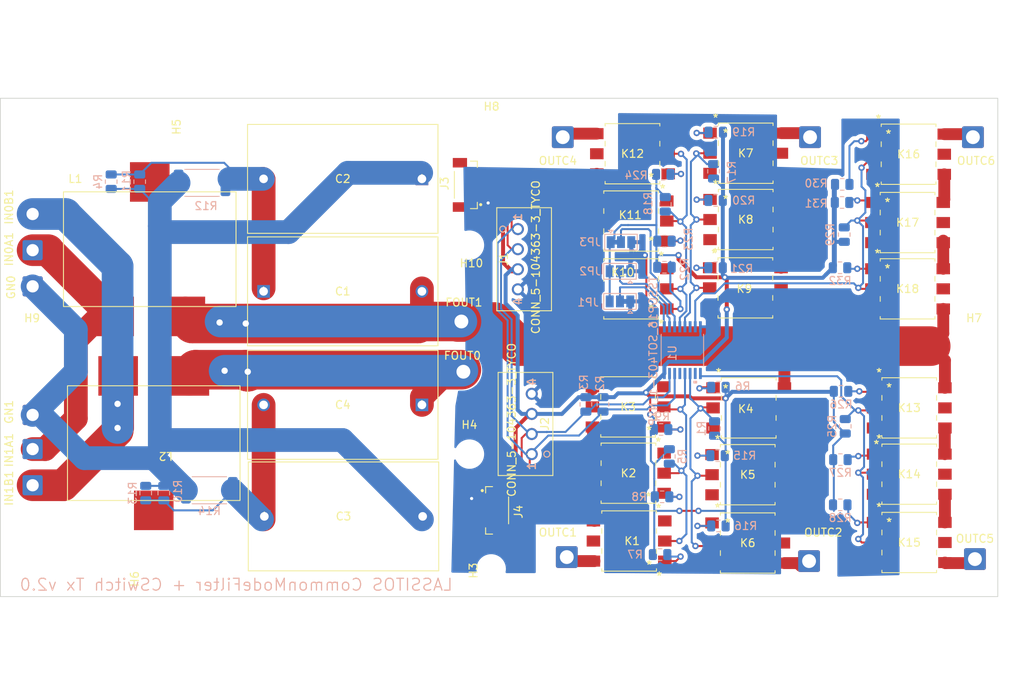
<source format=kicad_pcb>
(kicad_pcb (version 20211014) (generator pcbnew)
  (layers (0 "F.Cu" signal) (31 "B.Cu" signal) (34 "B.Paste" user) (35 "F.Paste" user) (36 "B.SilkS" user "B.Silkscreen") (37 "F.SilkS" user "F.Silkscreen") (38 "B.Mask" user) (39 "F.Mask" user) (44 "Edge.Cuts" user))
  (net 0 "")
  (net 1 "SCL")
  (net 2 "SDA")
  (net 3 "GND")
  (net 4 "Net-(JP1-Pad2)")
  (net 5 "Net-(JP2-Pad2)")
  (net 6 "Net-(JP3-Pad2)")
  (net 7 "Net-(C1-Pad1)")
  (net 8 "Net-(K1-Pad1)")
  (net 9 "Net-(K2-Pad1)")
  (net 10 "Net-(IN0A1-Pad1)")
  (net 11 "Net-(IN0B1-Pad1)")
  (net 12 "OUTC1")
  (net 13 "OUTC2")
  (net 14 "OUTC3")
  (net 15 "FOUT1")
  (net 16 "Net-(C3-Pad1)")
  (net 17 "FOUT0")
  (net 21 "GND2")
  (net 22 "Net-(K3-Pad1)")
  (net 23 "SSR3")
  (net 24 "SSR5")
  (net 25 "SSR6")
  (net 26 "SSR7")
  (net 27 "SSR8")
  (net 28 "OUTC4")
  (net 29 "VCC")
  (net 30 "SSR2")
  (net 31 "SSR1")
  (net 32 "Net-(K4-Pad1)")
  (net 33 "Net-(K5-Pad1)")
  (net 34 "Net-(K6-Pad1)")
  (net 35 "Net-(K7-Pad1)")
  (net 36 "Net-(K8-Pad1)")
  (net 37 "Net-(K9-Pad1)")
  (net 38 "Net-(K10-Pad1)")
  (net 39 "Net-(K11-Pad1)")
  (net 40 "Net-(K12-Pad1)")
  (net 42 "Net-(K1-Pad4)")
  (net 45 "Net-(K2-Pad4)")
  (net 50 "Net-(K4-Pad4)")
  (net 53 "Net-(K5-Pad4)")
  (net 58 "Net-(K7-Pad4)")
  (net 61 "Net-(K8-Pad4)")
  (net 66 "Net-(K10-Pad4)")
  (net 69 "Net-(K11-Pad4)")
  (net 73 "SSR4")
  (net 74 "Net-(K13-Pad1)")
  (net 76 "Net-(K13-Pad4)")
  (net 78 "Net-(K14-Pad1)")
  (net 80 "Net-(K14-Pad4)")
  (net 82 "Net-(K15-Pad1)")
  (net 85 "Net-(K16-Pad1)")
  (net 87 "Net-(K16-Pad4)")
  (net 89 "Net-(K17-Pad1)")
  (net 91 "Net-(K17-Pad4)")
  (net 93 "Net-(K18-Pad1)")
  (net 96 "OUTC5")
  (net 97 "OUTC6")
  (net 98 "Net-(J3-PadS1)")
  (net 99 "Net-(J4-PadS1)")
  (footprint "Connector_Wire:SolderWire-1sqmm_1x01_D1.4mm_OD2.7mm" (layer "F.Cu") (at 175.11395 107.7595)
    (fp_text reference "OUTC5")
    (fp_text value "Conn_01x01")
  )
  (footprint "library_components:TLP3546ATP1_FO" (layer "F.Cu") (at 146.41195 97.0915)
    (fp_text reference "K5")
    (fp_text value "11-7A801S_TOS" hide)
  )
  (footprint "library_components:ECW-F2395JA" (layer "F.Cu") (at 105.2515 88.265 180)
    (fp_text reference "C4")
    (fp_text value "CAP_ECWFA_STRAIGHT_23.8LX13.5TX19.3H_PAN" hide)
  )
  (footprint "library_components:5-104363-3" (layer "F.Cu") (at 117.3736 66.04 -90)
    (fp_text reference "J1")
    (fp_text value "CONN_5-104363-3_TYCO")
  )
  (footprint "library_components:ECW-F2395JA" (layer "F.Cu") (at 105.25 59.69 180)
    (fp_text reference "C2")
    (fp_text value "CAP_ECWFA_STRAIGHT_23.8LX13.5TX19.3H_PAN")
  )
  (footprint "library_components:TLP3546ATP1_FO" (layer "F.Cu") (at 146.41195 105.7275)
    (fp_text reference "K6")
    (fp_text value "11-7A801S_TOS" hide)
  )
  (footprint "library_components:TLP3546ATP1_FO" (layer "F.Cu") (at 146.53895 88.646)
    (fp_text reference "K4")
    (fp_text value "11-7A801S_TOS" hide)
  )
  (footprint "library_components:ECW-F2395JA" (layer "F.Cu") (at 85.344 102.362)
    (fp_text reference "C3")
    (fp_text value "CAP_ECWFA_STRAIGHT_23.8LX13.5TX19.3H_PAN" hide)
  )
  (footprint "MountingHole:MountingHole_2.7mm" (layer "F.Cu") (at 71 108.5 -90)
    (fp_text reference "H6")
    (fp_text value " ")
  )
  (footprint "library_components:TLP3546ATP1_FO" (layer "F.Cu") (at 166.73195 56.5785)
    (fp_text reference "K16")
    (fp_text value "11-7A801S_TOS" hide)
  )
  (footprint "library_components:TLP3546ATP1_FO" (layer "F.Cu") (at 131.8514 56.515 180)
    (fp_text reference "K12")
    (fp_text value "11-7A801S_TOS" hide)
  )
  (footprint "Connector_Wire:SolderWire-0.75sqmm_1x01_D1.25mm_OD2.3mm" (layer "F.Cu") (at 56.0705 68.707 180)
    (fp_text reference "IN0A1")
    (fp_text value "IN0A")
  )
  (footprint "library_components:TLP3546ATP1_FO" (layer "F.Cu") (at 131.29895 88.519 180)
    (fp_text reference "K3")
    (fp_text value "11-7A801S_TOS" hide)
  )
  (footprint "MountingHole:MountingHole_2.7mm_M2.5" (layer "F.Cu") (at 111.252 68.072)
    (fp_text reference "H10")
    (fp_text value " ")
  )
  (footprint "library_components:TLP3546ATP1_FO" (layer "F.Cu") (at 166.8145 97.028)
    (fp_text reference "K14")
    (fp_text value "11-7A801S_TOS" hide)
  )
  (footprint "Connector_Wire:SolderWire-1sqmm_1x01_D1.4mm_OD2.7mm" (layer "F.Cu") (at 123.55195 107.5055 -90)
    (fp_text reference "OUTC1")
    (fp_text value "Conn_01x01")
  )
  (footprint "library_components:TLP3546ATP1_FO" (layer "F.Cu") (at 131.3434 96.901 180)
    (fp_text reference "K2")
    (fp_text value "11-7A801S_TOS" hide)
  )
  (footprint "library_components:TLP3546ATP1_FO" (layer "F.Cu") (at 166.8145 88.646)
    (fp_text reference "K13")
    (fp_text value "11-7A801S_TOS" hide)
  )
  (footprint "library_components:TLP3546ATP1_FO" (layer "F.Cu") (at 131.67995 73.5965 180)
    (fp_text reference "K10")
    (fp_text value "11-7A801S_TOS" hide)
  )
  (footprint "Connector_Wire:SolderWire-1sqmm_1x01_D1.4mm_OD2.7mm" (layer "F.Cu") (at 174.85995 54.4195)
    (fp_text reference "OUTC6")
    (fp_text value "Conn_01x01")
  )
  (footprint "Connector_Wire:SolderWire-0.75sqmm_1x01_D1.25mm_OD2.3mm" (layer "F.Cu") (at 56.0705 98.425)
    (fp_text reference "IN1B1")
    (fp_text value "IN1B")
  )
  (footprint "MountingHole:MountingHole_2.7mm_M2.5" (layer "F.Cu") (at 114 53)
    (fp_text reference "H8")
    (fp_text value " ")
  )
  (footprint "Connector_Wire:SolderWire-1sqmm_1x01_D1.4mm_OD2.7mm" (layer "F.Cu") (at 154.28595 54.4195)
    (fp_text reference "OUTC3")
    (fp_text value "Conn_01x01")
  )
  (footprint "MountingHole:MountingHole_2.7mm_M2.5" (layer "F.Cu") (at 175.006 81)
    (fp_text reference "H7")
    (fp_text value "  ")
  )
  (footprint "Connector_Wire:SolderWire-1sqmm_1x01_D1.4mm_OD2.7mm" (layer "F.Cu") (at 110.236 77.724)
    (fp_text reference "FOUT1")
    (fp_text value "Conn_01x01")
  )
  (footprint "library_components:WE74443634700" (layer "F.Cu") (at 70.8675 60.08)
    (fp_text reference "L1")
    (fp_text value "WE74443634700")
  )
  (footprint "library_components:TLP3546ATP1_FO" (layer "F.Cu") (at 166.8145 105.664)
    (fp_text reference "K15")
    (fp_text value "11-7A801S_TOS" hide)
  )
  (footprint "MountingHole:MountingHole_2.7mm_M2.5" (layer "F.Cu") (at 56 81)
    (fp_text reference "H9")
    (fp_text value " ")
  )
  (footprint "library_components:TLP3546ATP1_FO" (layer "F.Cu") (at 166.60495 73.5965)
    (fp_text reference "K18")
    (fp_text value "11-7A801S_TOS" hide)
  )
  (footprint "library_components:TLP3546ATP1_FO" (layer "F.Cu") (at 131.42595 105.4735 180)
    (fp_text reference "K1")
    (fp_text value "11-7A801S_TOS" hide)
  )
  (footprint "Connector_Wire:SolderWire-0.75sqmm_1x01_D1.25mm_OD2.3mm" (layer "F.Cu") (at 56.0705 89.535)
    (fp_text reference "GN1")
    (fp_text value "GN1")
  )
  (footprint "library_components:TLP3546ATP1_FO" (layer "F.Cu") (at 146.15795 64.8335)
    (fp_text reference "K8")
    (fp_text value "11-7A801S_TOS" hide)
  )
  (footprint "Connector_Wire:SolderWire-0.75sqmm_1x01_D1.25mm_OD2.3mm" (layer "F.Cu") (at 56.0705 73.279)
    (fp_text reference "GN0")
    (fp_text value "GN0")
  )
  (footprint "library_components:TLP3546ATP1_FO" (layer "F.Cu") (at 131.67995 65.024 180)
    (fp_text reference "K11")
    (fp_text value "11-7A801S_TOS" hide)
  )
  (footprint "MountingHole:MountingHole_2.7mm" (layer "F.Cu") (at 71 53.5 -90)
    (fp_text reference "H5")
    (fp_text value " ")
  )
  (footprint "Connector_Wire:SolderWire-1sqmm_1x01_D1.4mm_OD2.7mm" (layer "F.Cu") (at 110.49 84.074)
    (fp_text reference "FOUT0")
    (fp_text value "Conn_01x01")
  )
  (footprint "Connector_Wire:SolderWire-1sqmm_1x01_D1.4mm_OD2.7mm" (layer "F.Cu") (at 123.04395 54.4195)
    (fp_text reference "OUTC4")
    (fp_text value "Conn_01x01")
  )
  (footprint "library_components:CONN_BM04B-SRSS-TB(LF)(SN)" (layer "F.Cu") (at 114.3 101.6 -90)
    (fp_text reference "J4")
    (fp_text value "BM04B-SRSS-TB(LF)(SN)")
  )
  (footprint "library_components:TLP3546ATP1_FO" (layer "F.Cu") (at 146.15795 56.4515)
    (fp_text reference "K7")
    (fp_text value "11-7A801S_TOS" hide)
  )
  (footprint "library_components:5-104363-3" (layer "F.Cu") (at 119.126 94.488 90)
    (fp_text reference "J2")
    (fp_text value "CONN_5-104363-3_TYCO")
  )
  (footprint "library_components:TLP3546ATP1_FO" (layer "F.Cu") (at 166.60495 65.2145)
    (fp_text reference "K17")
    (fp_text value "11-7A801S_TOS" hide)
  )
  (footprint "Connector_Wire:SolderWire-0.75sqmm_1x01_D1.25mm_OD2.3mm" (layer "F.Cu") (at 56.0705 64.135)
    (fp_text reference "IN0B1")
    (fp_text value "IN0B")
  )
  (footprint "Connector_Wire:SolderWire-1sqmm_1x01_D1.4mm_OD2.7mm" (layer "F.Cu") (at 154.15895 108.0135 180)
    (fp_text reference "OUTC2")
    (fp_text value "Conn_01x01")
  )
  (footprint "library_components:ECW-F2395JA" (layer "F.Cu") (at 85.25 73.914)
    (fp_text reference "C1")
    (fp_text value "CAP_ECWFA_STRAIGHT_23.8LX13.5TX19.3H_PAN")
  )
  (footprint "library_components:CONN_BM04B-SRSS-TB(LF)(SN)" (layer "F.Cu") (at 111.252 60.452 90)
    (fp_text reference "J3")
    (fp_text value "BM04B-SRSS-TB(LF)(SN)")
  )
  (footprint "MountingHole:MountingHole_2.7mm" (layer "F.Cu") (at 114 109 -90)
    (fp_text reference "H3")
    (fp_text value " ")
  )
  (footprint "Connector_Wire:SolderWire-0.75sqmm_1x01_D1.25mm_OD2.3mm" (layer "F.Cu") (at 56.0705 93.853)
    (fp_text reference "IN1A1")
    (fp_text value "IN1A")
  )
  (footprint "library_components:TLP3546ATP1_FO" (layer "F.Cu") (at 146.1135 73.4695)
    (fp_text reference "K9")
    (fp_text value "11-7A801S_TOS" hide)
  )
  (footprint "library_components:WE74443634700" (layer "F.Cu") (at 71.3755 101.6 180)
    (fp_text reference "L2")
    (fp_text value "WE74443634700")
  )
  (footprint "MountingHole:MountingHole_2.7mm" (layer "F.Cu") (at 111.252 94.488)
    (fp_text reference "H4")
    (fp_text value " ")
  )
  (footprint "Resistor_SMD:R_0805_2012Metric" (layer "B.Cu") (at 128.12395 88.2015 90)
    (fp_text reference "R2")
    (fp_text value "10k")
  )
  (footprint "Resistor_SMD:R_2512_6332Metric" (layer "B.Cu") (at 77.47 60.198 180)
    (fp_text reference "R12")
    (fp_text value "2.46")
  )
  (footprint "Resistor_SMD:R_0805_2012Metric" (layer "B.Cu") (at 142.60195 94.6785 180)
    (fp_text reference "R15")
    (fp_text value "250")
  )
  (footprint "Resistor_SMD:R_0805_2012Metric" (layer "B.Cu") (at 142.22095 91.2495 -90)
    (fp_text reference "R1")
    (fp_text value "100k")
  )
  (footprint "Jumper:SolderJumper-3_P1.3mm_Bridged12_Pad1.0x1.5mm" (layer "B.Cu") (at 130.272 71.374 180)
    (fp_text reference "JP2")
    (fp_text value "12")
  )
  (footprint "Resistor_SMD:R_0805_2012Metric" (layer "B.Cu") (at 70.358 99.4175 -90)
    (fp_text reference "R13")
    (fp_text value "NP")
  )
  (footprint "Jumper:SolderJumper-3_P1.3mm_Bridged12_Pad1.0x1.5mm" (layer "B.Cu") (at 130.399 67.691)
    (fp_text reference "JP3")
    (fp_text value "12")
  )
  (footprint "Resistor_SMD:R_0805_2012Metric" (layer "B.Cu") (at 158.32645 62.6745)
    (fp_text reference "R31")
    (fp_text value "250")
  )
  (footprint "Resistor_SMD:R_0805_2012Metric" (layer "B.Cu") (at 142.37145 53.7845 180)
    (fp_text reference "R19")
    (fp_text value "250")
  )
  (footprint "Resistor_SMD:R_2512_6332Metric" (layer "B.Cu") (at 78.4005 99.06)
    (fp_text reference "R14")
    (fp_text value "2.46")
  )
  (footprint "Resistor_SMD:R_0805_2012Metric" (layer "B.Cu") (at 158.11945 95.1865)
    (fp_text reference "R27")
    (fp_text value "250")
  )
  (footprint "Resistor_SMD:R_0805_2012Metric" (layer "B.Cu") (at 65.996 60.0475 -90)
    (fp_text reference "R4")
    (fp_text value "NP")
  )
  (footprint "library_components:PCA8574PW_118" (layer "B.Cu") (at 138.15695 81.3435 -90)
    (fp_text reference "U1")
    (fp_text value "TSSOP16_SOT403-1_NXP")
  )
  (footprint "Resistor_SMD:R_0805_2012Metric" (layer "B.Cu") (at 158.73095 90.972 -90)
    (fp_text reference "R25")
    (fp_text value "100k")
  )
  (footprint "Resistor_SMD:R_0805_2012Metric" (layer "B.Cu") (at 142.09395 58.7375 -90)
    (fp_text reference "R17")
    (fp_text value "100k")
  )
  (footprint "Resistor_SMD:R_0805_2012Metric" (layer "B.Cu") (at 142.34795 62.4205 180)
    (fp_text reference "R20")
    (fp_text value "250")
  )
  (footprint "Resistor_SMD:R_0805_2012Metric" (layer "B.Cu") (at 142.70545 103.5685 180)
    (fp_text reference "R16")
    (fp_text value "250")
  )
  (footprint "Jumper:SolderJumper-3_P1.3mm_Bridged12_Pad1.0x1.5mm" (layer "B.Cu") (at 130.272 75.184 180)
    (fp_text reference "JP1")
    (fp_text value "12")
  )
  (footprint "Resistor_SMD:R_0805_2012Metric" (layer "B.Cu") (at 135.89 67.564)
    (fp_text reference "R23")
    (fp_text value "250")
  )
  (footprint "Resistor_SMD:R_0805_2012Metric" (layer "B.Cu") (at 135.46645 91.3765)
    (fp_text reference "R9")
    (fp_text value "250")
  )
  (footprint "Resistor_SMD:R_0805_2012Metric" (layer "B.Cu") (at 72.644 99.4175 -90)
    (fp_text reference "R10")
    (fp_text value "NP")
  )
  (footprint "Resistor_SMD:R_0805_2012Metric" (layer "B.Cu") (at 135.74395 59.1185)
    (fp_text reference "R24")
    (fp_text value "250")
  )
  (footprint "Resistor_SMD:R_0805_2012Metric" (layer "B.Cu") (at 135.89 70.866)
    (fp_text reference "R22")
    (fp_text value "250")
  )
  (footprint "Resistor_SMD:R_0805_2012Metric" (layer "B.Cu") (at 125.96495 88.2015 90)
    (fp_text reference "R3")
    (fp_text value "10k")
  )
  (footprint "Resistor_SMD:R_0805_2012Metric" (layer "B.Cu") (at 158.07245 70.9295)
    (fp_text reference "R32")
    (fp_text value "250")
  )
  (footprint "Resistor_SMD:R_0805_2012Metric" (layer "B.Cu") (at 142.70545 86.0425 180)
    (fp_text reference "R6")
    (fp_text value "250")
  )
  (footprint "Resistor_SMD:R_0805_2012Metric" (layer "B.Cu") (at 136.50595 94.782 90)
    (fp_text reference "R5")
    (fp_text value "100k")
  )
  (footprint "Resistor_SMD:R_0805_2012Metric" (layer "B.Cu") (at 158.60395 66.7385 -90)
    (fp_text reference "R29")
    (fp_text value "100k")
  )
  (footprint "Resistor_SMD:R_0805_2012Metric" (layer "B.Cu") (at 158.09595 100.9015)
    (fp_text reference "R28")
    (fp_text value "250")
  )
  (footprint "Resistor_SMD:R_0805_2012Metric" (layer "B.Cu") (at 69.596 60.0475 -90)
    (fp_text reference "R11")
    (fp_text value "NP")
  )
  (footprint "Resistor_SMD:R_0805_2012Metric" (layer "B.Cu") (at 135.99795 62.905 90)
    (fp_text reference "R18")
    (fp_text value "100k")
  )
  (footprint "Resistor_SMD:R_0805_2012Metric" (layer "B.Cu") (at 142.34795 70.9295 180)
    (fp_text reference "R21")
    (fp_text value "250")
  )
  (footprint "Resistor_SMD:R_0805_2012Metric" (layer "B.Cu") (at 158.19945 86.5505)
    (fp_text reference "R26")
    (fp_text value "250")
  )
  (footprint "Resistor_SMD:R_0805_2012Metric" (layer "B.Cu") (at 135.33945 107.188)
    (fp_text reference "R7")
    (fp_text value "250")
  )
  (footprint "Resistor_SMD:R_0805_2012Metric" (layer "B.Cu") (at 135.59345 99.8855)
    (fp_text reference "R8")
    (fp_text value "250")
  )
  (footprint "Resistor_SMD:R_0805_2012Metric" (layer "B.Cu") (at 158.34995 60.3885)
    (fp_text reference "R30")
    (fp_text value "250")
  )
  (gr_rect locked (start 52 49.5) (end 178 112.5) (layer "Edge.Cuts") (width 0.1) (fill none))
  (gr_text "LASSITOS CommonModeFilter + CSwitch Tx v2.0" (at 81.788 110.998) (layer "B.SilkS") (effects (font (size 1.5 1.5)) (justify mirror)))
  (segment (start 118.872 100.838) (end 118.872 94.742) (width 0.25) (layer "F.Cu") (net 1))
  (segment (start 112.831 58.952) (end 113.556 58.952) (width 0.25) (layer "F.Cu") (net 1))
  (segment (start 112.975 103.1) (end 116.61 103.1) (width 0.25) (layer "F.Cu") (net 1))
  (segment (start 116.586 61.982) (end 116.586 66.04) (width 0.25) (layer "F.Cu") (net 1))
  (segment (start 118.872 94.742) (end 119.126 94.488) (width 0.25) (layer "F.Cu") (net 1))
  (segment (start 116.61 103.1) (end 118.872 100.838) (width 0.25) (layer "F.Cu") (net 1))
  (segment (start 113.556 58.952) (end 116.586 61.982) (width 0.25) (layer "F.Cu") (net 1))
  (segment (start 119.126 94.234) (end 121.2215 92.1385) (width 0.25) (layer "B.Cu") (net 1))
  (segment (start 136.25195 88.3285) (end 134.21995 88.3285) (width 0.25) (layer "B.Cu") (net 1))
  (segment (start 114.799 67.827) (end 114.799 76.319396) (width 0.25) (layer "B.Cu") (net 1))
  (segment (start 128.40145 88.8365) (end 128.12395 89.114) (width 0.25) (layer "B.Cu") (net 1))
  (segment (start 137.181951 87.398499) (end 136.25195 88.3285) (width 0.25) (layer "B.Cu") (net 1))
  (segment (start 125.09945 92.1385) (end 128.12395 89.114) (width 0.25) (layer "B.Cu") (net 1))
  (segment (start 137.181951 84.55025) (end 137.181951 87.398499) (width 0.25) (layer "B.Cu") (net 1))
  (segment (start 134.21995 88.3285) (end 133.71195 88.8365) (width 0.25) (layer "B.Cu") (net 1))
  (segment (start 114.799 76.319396) (end 116.078 77.598396) (width 0.25) (layer "B.Cu") (net 1))
  (segment (start 118.364 94.488) (end 119.126 94.488) (width 0.25) (layer "B.Cu") (net 1))
  (segment (start 116.078 92.202) (end 118.364 94.488) (width 0.25) (layer "B.Cu") (net 1))
  (segment (start 121.2215 92.1385) (end 125.09945 92.1385) (width 0.25) (layer "B.Cu") (net 1))
  (segment (start 119.126 94.488) (end 119.126 94.234) (width 0.25) (layer "B.Cu") (net 1))
  (segment (start 133.71195 88.8365) (end 128.40145 88.8365) (width 0.25) (layer "B.Cu") (net 1))
  (segment (start 116.078 77.598396) (end 116.078 92.202) (width 0.25) (layer "B.Cu") (net 1))
  (segment (start 116.586 66.04) (end 114.799 67.827) (width 0.25) (layer "B.Cu") (net 1))
  (segment (start 117.856 92.456) (end 117.856 100.584) (width 0.25) (layer "F.Cu") (net 2))
  (segment (start 113.457604 59.952) (end 116.078 62.572396) (width 0.25) (layer "F.Cu") (net 2))
  (segment (start 118.364 91.948) (end 117.856 92.456) (width 0.25) (layer "F.Cu") (net 2))
  (segment (start 116.078 68.072) (end 116.586 68.58) (width 0.25) (layer "F.Cu") (net 2))
  (segment (start 116.078 62.572396) (end 116.078 68.072) (width 0.25) (layer "F.Cu") (net 2))
  (segment (start 116.34 102.1) (end 112.975 102.1) (width 0.25) (layer "F.Cu") (net 2))
  (segment (start 117.856 100.584) (end 116.34 102.1) (width 0.25) (layer "F.Cu") (net 2))
  (segment (start 112.831 59.952) (end 113.457604 59.952) (width 0.25) (layer "F.Cu") (net 2))
  (segment (start 133.20395 88.2015) (end 133.96595 87.4395) (width 0.25) (layer "B.Cu") (net 2))
  (segment (start 133.96595 87.3125) (end 134.21995 87.3125) (width 0.25) (layer "B.Cu") (net 2))
  (segment (start 123.39045 91.6885) (end 125.96495 89.114) (width 0.25) (layer "B.Cu") (net 2))
  (segment (start 135.74395 87.3125) (end 136.531952 86.524498) (width 0.25) (layer "B.Cu") (net 2))
  (segment (start 136.531952 86.524498) (end 136.531952 84.55025) (width 0.25) (layer "B.Cu") (net 2))
  (segment (start 126.32245 89.114) (end 127.10795 88.3285) (width 0.25) (layer "B.Cu") (net 2))
  (segment (start 116.586 77.47) (end 116.586 89.662) (width 0.25) (layer "B.Cu") (net 2))
  (segment (start 116.586 68.58) (end 115.249 69.917) (width 0.25) (layer "B.Cu") (net 2))
  (segment (start 127.23495 88.2015) (end 131.67995 88.2015) (width 0.25) (layer "B.Cu") (net 2))
  (segment (start 131.67995 88.2015) (end 133.20395 88.2015) (width 0.25) (layer "B.Cu") (net 2))
  (segment (start 134.21995 87.3125) (end 135.74395 87.3125) (width 0.25) (layer "B.Cu") (net 2))
  (segment (start 125.96495 89.114) (end 126.32245 89.114) (width 0.25) (layer "B.Cu") (net 2))
  (segment (start 116.586 89.662) (end 118.618 91.694) (width 0.25) (layer "B.Cu") (net 2))
  (segment (start 121.029604 91.694) (end 121.035104 91.6885) (width 0.25) (layer "B.Cu") (net 2))
  (segment (start 127.10795 88.3285) (end 127.23495 88.2015) (width 0.25) (layer "B.Cu") (net 2))
  (segment (start 115.249 76.133) (end 116.586 77.47) (width 0.25) (layer "B.Cu") (net 2))
  (segment (start 118.618 91.694) (end 121.029604 91.694) (width 0.25) (layer "B.Cu") (net 2))
  (segment (start 115.249 69.917) (end 115.249 76.133) (width 0.25) (layer "B.Cu") (net 2))
  (segment (start 121.035104 91.6885) (end 123.39045 91.6885) (width 0.25) (layer "B.Cu") (net 2))
  (segment (start 133.604 69.5305) (end 133.4155 69.342) (width 0.25) (layer "F.Cu") (net 3))
  (segment (start 133.604 74.93) (end 133.604 69.5305) (width 0.25) (layer "F.Cu") (net 3))
  (segment (start 112.577 61.952) (end 112.831 61.952) (width 0.5) (layer "F.Cu") (net 3))
  (segment (start 112.831 61.952) (end 113.617 62.738) (width 0.5) (layer "F.Cu") (net 3))
  (segment (start 134.112 75.438) (end 133.604 74.93) (width 0.25) (layer "F.Cu") (net 3))
  (segment (start 112.975 100.1) (end 111.53 100.1) (width 0.5) (layer "F.Cu") (net 3))
  (via (at 111.53 100.1) (size 0.8) (drill 0.4) (layers "F.Cu" "B.Cu") (net 3))
  (via (at 134.112 75.438) (size 0.8) (drill 0.4) (layers "F.Cu" "B.Cu") (net 3))
  (via (at 113.617 62.738) (size 0.8) (drill 0.4) (layers "F.Cu" "B.Cu") (net 3))
  (via (at 133.4155 69.342) (size 0.8) (drill 0.4) (layers "F.Cu" "B.Cu") (net 3))
  (segment (start 132.588 69.342) (end 131.699 70.231) (width 0.25) (layer "B.Cu") (net 3))
  (segment (start 131.699 71.247) (end 131.572 71.374) (width 0.25) (layer "B.Cu") (net 3))
  (segment (start 131.699 70.231) (end 131.699 71.247) (width 0.25) (layer "B.Cu") (net 3))
  (segment (start 133.4155 69.342) (end 132.588 69.342) (width 0.25) (layer "B.Cu") (net 3))
  (segment (start 131.699 67.691) (end 131.699 68.453) (width 0.25) (layer "B.Cu") (net 3))
  (segment (start 131.699 68.453) (end 132.588 69.342) (width 0.25) (layer "B.Cu") (net 3))
  (segment (start 140.431949 78.39075) (end 140.431949 79.725949) (width 0.25) (layer "B.Cu") (net 3))
  (segment (start 130.302 73.406) (end 133.39445 73.406) (width 0.25) (layer "B.Cu") (net 4))
  (segment (start 130.272 73.436) (end 130.302 73.406) (width 0.25) (layer "B.Cu") (net 4))
  (segment (start 135.80195 75.8135) (end 135.80195 78.310749) (width 0.25) (layer "B.Cu") (net 4))
  (segment (start 133.39445 73.406) (end 135.80195 75.8135) (width 0.25) (layer "B.Cu") (net 4))
  (segment (start 135.80195 78.310749) (end 135.881951 78.39075) (width 0.25) (layer "B.Cu") (net 4))
  (segment (start 130.272 75.184) (end 130.272 73.436) (width 0.25) (layer "B.Cu") (net 4))
  (segment (start 130.272 72.614) (end 130.614 72.956) (width 0.25) (layer "B.Cu") (net 5))
  (segment (start 133.580846 72.956) (end 136.25195 75.627104) (width 0.25) (layer "B.Cu") (net 5))
  (segment (start 136.25195 75.627104) (end 136.25195 77.0255) (width 0.25) (layer "B.Cu") (net 5))
  (segment (start 136.25195 77.0255) (end 136.531949 77.305499) (width 0.25) (layer "B.Cu") (net 5))
  (segment (start 130.272 71.374) (end 130.272 72.614) (width 0.25) (layer "B.Cu") (net 5))
  (segment (start 136.531949 77.305499) (end 136.531949 78.64475) (width 0.25) (layer "B.Cu") (net 5))
  (segment (start 130.614 72.956) (end 133.580846 72.956) (width 0.25) (layer "B.Cu") (net 5))
  (segment (start 130.399 66.197) (end 130.399 67.691) (width 0.25) (layer "B.Cu") (net 6))
  (segment (start 130.556 66.04) (end 130.399 66.197) (width 0.25) (layer "B.Cu") (net 6))
  (segment (start 135.128 73.866758) (end 135.128 72.542173) (width 0.25) (layer "B.Cu") (net 6))
  (segment (start 137.181951 77.066501) (end 136.70195 76.5865) (width 0.25) (layer "B.Cu") (net 6))
  (segment (start 137.181951 78.64475) (end 137.181951 77.066501) (width 0.25) (layer "B.Cu") (net 6))
  (segment (start 134.14 66.322) (end 133.858 66.04) (width 0.25) (layer "B.Cu") (net 6))
  (segment (start 136.70195 75.440708) (end 135.128 73.866758) (width 0.25) (layer "B.Cu") (net 6))
  (segment (start 136.70195 76.5865) (end 136.70195 75.440708) (width 0.25) (layer "B.Cu") (net 6))
  (segment (start 135.128 72.542173) (end 134.14 71.554173) (width 0.25) (layer "B.Cu") (net 6))
  (segment (start 133.858 66.04) (end 130.556 66.04) (width 0.25) (layer "B.Cu") (net 6))
  (segment (start 134.14 71.554173) (end 134.14 66.322) (width 0.25) (layer "B.Cu") (net 6))
  (segment (start 85.2515 59.784001) (end 85.157499 59.69) (width 3) (layer "F.Cu") (net 7))
  (segment (start 85.2515 73.533) (end 85.2515 59.784001) (width 3) (layer "F.Cu") (net 7))
  (segment (start 71.073 57.658) (end 80.264 57.658) (width 0.25) (layer "B.Cu") (net 7))
  (segment (start 69.596 59.135) (end 65.996 59.135) (width 0.25) (layer "B.Cu") (net 7))
  (segment (start 80.264 57.658) (end 80.9405 58.3345) (width 0.25) (layer "B.Cu") (net 7))
  (segment (start 80.9405 59.69) (end 80.4325 60.198) (width 0.25) (layer "B.Cu") (net 7))
  (segment (start 69.596 59.135) (end 71.073 57.658) (width 0.25) (layer "B.Cu") (net 7))
  (segment (start 80.9405 58.3345) (end 80.9405 59.69) (width 0.25) (layer "B.Cu") (net 7))
  (segment (start 85.157499 59.69) (end 80.9405 59.69) (width 3) (layer "B.Cu") (net 7))
  (segment (start 135.93445 108.0135) (end 137.3505 108.0135) (width 0.25) (layer "F.Cu") (net 8))
  (segment (start 137.3505 108.0135) (end 137.922 107.442) (width 0.25) (layer "F.Cu") (net 8))
  (via (at 137.922 107.442) (size 0.8) (drill 0.4) (layers "F.Cu" "B.Cu") (net 8))
  (segment (start 137.922 107.442) (end 136.50595 107.442) (width 0.25) (layer "B.Cu") (net 8))
  (segment (start 136.50595 107.442) (end 136.25195 107.188) (width 0.25) (layer "B.Cu") (net 8))
  (segment (start 135.8519 99.441) (end 136.2964 99.8855) (width 0.25) (layer "F.Cu") (net 9))
  (segment (start 136.2964 99.8855) (end 137.77595 99.8855) (width 0.25) (layer "F.Cu") (net 9))
  (via (at 137.77595 99.8855) (size 0.8) (drill 0.4) (layers "F.Cu" "B.Cu") (net 9))
  (segment (start 137.77595 99.8855) (end 136.50595 99.8855) (width 0.25) (layer "B.Cu") (net 9))
  (segment (start 56.0705 68.707) (end 58.0565 68.707) (width 4) (layer "F.Cu") (net 10))
  (segment (start 58.1215 68.834) (end 66.3675 77.08) (width 4) (layer "F.Cu") (net 10))
  (segment (start 57.6595 93.853) (end 61.5315 89.981) (width 3) (layer "F.Cu") (net 10))
  (segment (start 56.0705 93.853) (end 57.6595 93.853) (width 3) (layer "F.Cu") (net 10))
  (segment (start 61.5315 89.981) (end 61.5315 80.075) (width 3) (layer "F.Cu") (net 10))
  (segment (start 57.9755 68.834) (end 58.1215 68.834) (width 4) (layer "F.Cu") (net 10))
  (segment (start 61.5315 80.075) (end 64.5265 77.08) (width 3) (layer "F.Cu") (net 10))
  (segment (start 64.5265 77.08) (end 66.3675 77.08) (width 3) (layer "F.Cu") (net 10))
  (segment (start 66.8035 91.186) (end 66.8035 91.567) (width 4) (layer "F.Cu") (net 11))
  (segment (start 59.9455 98.425) (end 56.0705 98.425) (width 4) (layer "F.Cu") (net 11))
  (segment (start 66.8755 91.114) (end 66.8755 84.6) (width 4) (layer "F.Cu") (net 11))
  (segment (start 66.8035 91.186) (end 66.8755 91.114) (width 4) (layer "F.Cu") (net 11))
  (segment (start 66.8035 91.567) (end 59.9455 98.425) (width 4) (layer "F.Cu") (net 11))
  (via (at 66.8035 91.186) (size 2) (drill 0.8) (layers "F.Cu" "B.Cu") (net 11))
  (via (at 66.8035 88.1365) (size 2) (drill 0.8) (layers "F.Cu" "B.Cu") (net 11))
  (segment (start 56.0705 64.135) (end 60.2615 64.135) (width 4) (layer "B.Cu") (net 11))
  (segment (start 66.8035 91.186) (end 66.8035 70.739) (width 4) (layer "B.Cu") (net 11))
  (segment (start 66.8035 70.739) (end 60.1995 64.135) (width 4) (layer "B.Cu") (net 11))
  (segment (start 127.04445 108.0135) (end 125.07595 108.0135) (width 1.5) (layer "F.Cu") (net 12))
  (segment (start 152.76195 108.2675) (end 153.14295 108.6485) (width 1.5) (layer "F.Cu") (net 13))
  (segment (start 151.04745 108.2675) (end 152.76195 108.2675) (width 1.5) (layer "F.Cu") (net 13))
  (segment (start 150.66645 53.9115) (end 153.71445 53.9115) (width 1.5) (layer "F.Cu") (net 14))
  (segment (start 150.622 79.92745) (end 150.622 76.0095) (width 1.5) (layer "F.Cu") (net 15))
  (segment (start 114.40795 77.7875) (end 117.45595 80.8355) (width 5) (layer "F.Cu") (net 15))
  (segment (start 111.4425 77.724) (end 104.9655 77.724) (width 5) (layer "F.Cu") (net 15))
  (segment (start 151.04745 86.106) (end 151.04745 80.3529) (width 1.5) (layer "F.Cu") (net 15))
  (segment (start 171.323 82.63255) (end 169.52595 80.8355) (width 1.5) (layer "F.Cu") (net 15))
  (segment (start 105.251501 77.437999) (end 104.7115 77.978) (width 3) (layer "F.Cu") (net 15))
  (segment (start 126.79045 86.2965) (end 126.79045 81.915) (width 1.5) (layer "F.Cu") (net 15))
  (segment (start 151.04745 80.3529) (end 150.622 79.92745) (width 1.5) (layer "F.Cu") (net 15))
  (segment (start 117.45595 80.8355) (end 169.52595 80.8355) (width 5) (layer "F.Cu") (net 15))
  (segment (start 109.77245 77.7875) (end 114.40795 77.7875) (width 5) (layer "F.Cu") (net 15))
  (segment (start 171.11345 79.248) (end 169.52595 80.8355) (width 1.5) (layer "F.Cu") (net 15))
  (segment (start 126.79045 81.915) (end 127.86995 80.8355) (width 1.5) (layer "F.Cu") (net 15))
  (segment (start 82.9945 77.978) (end 76.2655 77.978) (width 5) (layer "F.Cu") (net 15))
  (segment (start 104.7115 77.978) (end 82.9945 77.978) (width 5) (layer "F.Cu") (net 15))
  (segment (start 104.9655 77.724) (end 104.7115 77.978) (width 5) (layer "F.Cu") (net 15))
  (segment (start 105.251501 73.533) (end 105.251501 77.437999) (width 3) (layer "F.Cu") (net 15))
  (segment (start 76.2655 77.978) (end 75.3675 77.08) (width 5) (layer "F.Cu") (net 15))
  (segment (start 171.11345 76.1365) (end 171.11345 79.248) (width 1.5) (layer "F.Cu") (net 15))
  (segment (start 127.17145 76.1365) (end 127.17145 80.137) (width 1.5) (layer "F.Cu") (net 15))
  (segment (start 127.17145 80.137) (end 127.86995 80.8355) (width 1.5) (layer "F.Cu") (net 15))
  (segment (start 171.323 86.106) (end 171.323 82.63255) (width 1.5) (layer "F.Cu") (net 15))
  (via (at 79.6925 77.851) (size 2) (drill 0.8) (layers "F.Cu" "B.Cu") (net 15))
  (via (at 82.9945 77.978) (size 2) (drill 0.8) (layers "F.Cu" "B.Cu") (net 15))
  (segment (start 110.236 77.724) (end 79.8195 77.724) (width 4) (layer "B.Cu") (net 15))
  (segment (start 85.251499 88.265) (end 85.2515 102.743) (width 3) (layer "F.Cu") (net 16))
  (segment (start 70.358 100.33) (end 72.644 100.33) (width 0.25) (layer "B.Cu") (net 16))
  (segment (start 72.644 100.33) (end 73.914 101.6) (width 0.25) (layer "B.Cu") (net 16))
  (segment (start 85.046 102.743) (end 81.363 99.06) (width 3) (layer "B.Cu") (net 16))
  (segment (start 78.823 101.6) (end 81.363 99.06) (width 0.25) (layer "B.Cu") (net 16))
  (segment (start 73.914 101.6) (end 78.823 101.6) (width 0.25) (layer "B.Cu") (net 16))
  (segment (start 105.2515 88.265) (end 105.2515 87.2805) (width 3) (layer "F.Cu") (net 17))
  (segment (start 83.2485 84.074) (end 83.5025 83.82) (width 5) (layer "F.Cu") (net 17))
  (segment (start 108.712 83.82) (end 110.236 83.82) (width 3) (layer "F.Cu") (net 17))
  (segment (start 82.9945 83.82) (end 76.6555 83.82) (width 5) (layer "F.Cu") (net 17))
  (segment (start 76.6555 83.82) (end 75.8755 84.6) (width 5) (layer "F.Cu") (net 17))
  (segment (start 83.2485 84.074) (end 82.9945 83.82) (width 5) (layer "F.Cu") (net 17))
  (segment (start 83.5025 83.82) (end 110.236 83.82) (width 5) (layer "F.Cu") (net 17))
  (segment (start 105.2515 87.2805) (end 108.712 83.82) (width 3) (layer "F.Cu") (net 17))
  (via (at 80.3275 83.947) (size 2) (drill 0.8) (layers "F.Cu" "B.Cu") (net 17))
  (via (at 83.2485 84.074) (size 2) (drill 0.8) (layers "F.Cu" "B.Cu") (net 17))
  (segment (start 80.3275 83.947) (end 110.363 83.947) (width 4) (layer "B.Cu") (net 17))
  (segment (start 74.5075 60.198) (end 72.1375 62.568) (width 3) (layer "B.Cu") (net 21))
  (segment (start 73.152 92.71) (end 95.218501 92.71) (width 3) (layer "B.Cu") (net 21))
  (segment (start 56.0705 89.535) (end 61.5315 84.074) (width 3) (layer "B.Cu") (net 21))
  (segment (start 70.358 98.505) (end 74.883 98.505) (width 0.25) (layer "B.Cu") (net 21))
  (segment (start 105.1575 58.928) (end 95.8865 58.928) (width 3) (layer "B.Cu") (net 21))
  (segment (start 95.8865 58.928) (end 88.3935 66.421) (width 3) (layer "B.Cu") (net 21))
  (segment (start 74.883 98.505) (end 75.438 99.06) (width 0.25) (layer "B.Cu") (net 21))
  (segment (start 75.438 99.06) (end 71.374 94.996) (width 3) (layer "B.Cu") (net 21))
  (segment (start 61.5315 78.74) (end 56.0705 73.279) (width 3) (layer "B.Cu") (net 21))
  (segment (start 71.374 94.996) (end 62.6125 94.996) (width 3) (layer "B.Cu") (net 21))
  (segment (start 95.218501 92.71) (end 105.251501 102.743) (width 3) (layer "B.Cu") (net 21))
  (segment (start 71.204 62.568) (end 72.1375 62.568) (width 0.25) (layer "B.Cu") (net 21))
  (segment (start 69.596 60.96) (end 71.204 62.568) (width 0.25) (layer "B.Cu") (net 21))
  (segment (start 62.6125 94.996) (end 56.7705 89.154) (width 3) (layer "B.Cu") (net 21))
  (segment (start 88.3935 66.421) (end 72.8995 66.421) (width 3) (layer "B.Cu") (net 21))
  (segment (start 72.8995 66.421) (end 72.1375 65.659) (width 3) (layer "B.Cu") (net 21))
  (segment (start 72.1375 62.568) (end 72.1375 65.659) (width 3) (layer "B.Cu") (net 21))
  (segment (start 69.596 60.96) (end 65.996 60.96) (width 0.25) (layer "B.Cu") (net 21))
  (segment (start 72.1375 65.659) (end 72.1375 93.472) (width 3) (layer "B.Cu") (net 21))
  (segment (start 61.5315 84.074) (end 61.5315 78.74) (width 3) (layer "B.Cu") (net 21))
  (segment (start 135.80745 91.3765) (end 137.90295 91.3765) (width 0.25) (layer "F.Cu") (net 22))
  (via (at 137.90295 91.3765) (size 0.8) (drill 0.4) (layers "F.Cu" "B.Cu") (net 22))
  (segment (start 137.90295 91.3765) (end 136.37895 91.3765) (width 0.25) (layer "B.Cu") (net 22))
  (segment (start 160.38195 96.8375) (end 162.09645 96.8375) (width 0.25) (layer "F.Cu") (net 24))
  (segment (start 160.82645 105.664) (end 162.306 105.664) (width 0.25) (layer "F.Cu") (net 24))
  (segment (start 162.1155 88.9635) (end 160.38195 88.9635) (width 0.25) (layer "F.Cu") (net 24))
  (segment (start 160.38195 105.2195) (end 160.82645 105.664) (width 0.25) (layer "F.Cu") (net 24))
  (via (at 160.38195 96.8375) (size 0.8) (drill 0.4) (layers "F.Cu" "B.Cu") (net 24))
  (via (at 160.38195 105.2195) (size 0.8) (drill 0.4) (layers "F.Cu" "B.Cu") (net 24))
  (via (at 160.38195 88.9635) (size 0.8) (drill 0.4) (layers "F.Cu" "B.Cu") (net 24))
  (segment (start 159.82695 88.9635) (end 158.73095 90.0595) (width 0.25) (layer "B.Cu") (net 24))
  (segment (start 157.71495 84.6455) (end 140.527199 84.6455) (width 0.25) (layer "B.Cu") (net 24))
  (segment (start 160.38195 88.9635) (end 159.999277 88.9635) (width 0.25) (layer "B.Cu") (net 24))
  (segment (start 160.38195 96.8375) (end 161.10695 96.1125) (width 0.25) (layer "B.Cu") (net 24))
  (segment (start 161.10695 89.6885) (end 160.38195 88.9635) (width 0.25) (layer "B.Cu") (net 24))
  (segment (start 158.22295 85.1535) (end 157.71495 84.6455) (width 0.25) (layer "B.Cu") (net 24))
  (segment (start 160.97995 104.6215) (end 160.97995 97.4355) (width 0.25) (layer "B.Cu") (net 24))
  (segment (start 159.999277 88.9635) (end 158.22295 87.187173) (width 0.25) (layer "B.Cu") (net 24))
  (segment (start 158.22295 87.187173) (end 158.22295 85.1535) (width 0.25) (layer "B.Cu") (net 24))
  (segment (start 140.527199 84.6455) (end 140.431949 84.55025) (width 0.25) (layer "B.Cu") (net 24))
  (segment (start 160.97995 97.4355) (end 160.38195 96.8375) (width 0.25) (layer "B.Cu") (net 24))
  (segment (start 160.38195 105.2195) (end 160.97995 104.6215) (width 0.25) (layer "B.Cu") (net 24))
  (segment (start 161.10695 96.1125) (end 161.10695 89.6885) (width 0.25) (layer "B.Cu") (net 24))
  (segment (start 160.38195 88.9635) (end 159.82695 88.9635) (width 0.25) (layer "B.Cu") (net 24))
  (segment (start 140.31595 88.5825) (end 140.44295 88.7095) (width 0.25) (layer "F.Cu") (net 26))
  (segment (start 141.77645 97.2185) (end 140.06195 97.2185) (width 0.25) (layer "F.Cu") (net 26))
  (segment (start 142.15745 88.5825) (end 140.31595 88.5825) (width 0.25) (layer "F.Cu") (net 26))
  (segment (start 141.64945 106.1085) (end 139.80795 106.1085) (width 0.25) (layer "F.Cu") (net 26))
  (via (at 139.80795 106.1085) (size 0.8) (drill 0.4) (layers "F.Cu" "B.Cu") (net 26))
  (via (at 140.44295 88.7095) (size 0.8) (drill 0.4) (layers "F.Cu" "B.Cu") (net 26))
  (via (at 140.06195 97.2185) (size 0.8) (drill 0.4) (layers "F.Cu" "B.Cu") (net 26))
  (segment (start 139.337439 97.943011) (end 140.06195 97.2185) (width 0.25) (layer "B.Cu") (net 26))
  (segment (start 140.59345 88.7095) (end 142.22095 90.337) (width 0.25) (layer "B.Cu") (net 26))
  (segment (start 140.06195 97.2185) (end 139.17295 96.3295) (width 0.25) (layer "B.Cu") (net 26))
  (segment (start 139.17295 89.9795) (end 140.44295 88.7095) (width 0.25) (layer "B.Cu") (net 26))
  (segment (start 140.44295 88.7095) (end 140.59345 88.7095) (width 0.25) (layer "B.Cu") (net 26))
  (segment (start 139.337439 105.637989) (end 139.337439 97.943011) (width 0.25) (layer "B.Cu") (net 26))
  (segment (start 139.131949 87.398499) (end 140.44295 88.7095) (width 0.25) (layer "B.Cu") (net 26))
  (segment (start 139.80795 106.1085) (end 139.337439 105.637989) (width 0.25) (layer "B.Cu") (net 26))
  (segment (start 139.17295 96.3295) (end 139.17295 89.9795) (width 0.25) (layer "B.Cu") (net 26))
  (segment (start 139.131949 84.55025) (end 139.131949 87.398499) (width 0.25) (layer "B.Cu") (net 26))
  (segment (start 135.93445 105.4735) (end 137.77595 105.4735) (width 0.25) (layer "F.Cu") (net 27))
  (segment (start 137.71245 96.901) (end 138.02995 96.5835) (width 0.25) (layer "F.Cu") (net 27))
  (segment (start 135.80745 88.8365) (end 137.90295 88.8365) (width 0.25) (layer "F.Cu") (net 27))
  (segment (start 135.8519 96.901) (end 137.71245 96.901) (width 0.25) (layer "F.Cu") (net 27))
  (via (at 137.77595 105.4735) (size 0.8) (drill 0.4) (layers "F.Cu" "B.Cu") (net 27))
  (via (at 137.90295 88.8365) (size 0.8) (drill 0.4) (layers "F.Cu" "B.Cu") (net 27))
  (via (at 138.02995 96.5835) (size 0.8) (drill 0.4) (layers "F.Cu" "B.Cu") (net 27))
  (segment (start 136.50595 95.6945) (end 137.14095 95.6945) (width 0.25) (layer "B.Cu") (net 27))
  (segment (start 137.77595 105.4735) (end 138.66495 104.5845) (width 0.25) (layer "B.Cu") (net 27))
  (segment (start 138.627461 89.561011) (end 137.90295 88.8365) (width 0.25) (layer "B.Cu") (net 27))
  (segment (start 138.627461 95.985989) (end 138.627461 89.561011) (width 0.25) (layer "B.Cu") (net 27))
  (segment (start 137.14095 95.6945) (end 138.02995 96.5835) (width 0.25) (layer "B.Cu") (net 27))
  (segment (start 138.481951 88.257499) (end 138.481951 84.55025) (width 0.25) (layer "B.Cu") (net 27))
  (segment (start 138.66495 104.5845) (end 138.66495 97.2185) (width 0.25) (layer "B.Cu") (net 27))
  (segment (start 137.90295 88.8365) (end 138.481951 88.257499) (width 0.25) (layer "B.Cu") (net 27))
  (segment (start 138.02995 96.5835) (end 138.627461 95.985989) (width 0.25) (layer "B.Cu") (net 27))
  (segment (start 138.66495 97.2185) (end 138.02995 96.5835) (width 0.25) (layer "B.Cu") (net 27))
  (segment (start 127.3429 53.975) (end 123.55195 53.975) (width 1.5) (layer "F.Cu") (net 28))
  (segment (start 115.816 101.1) (end 116.459 100.457) (width 0.5) (layer "F.Cu") (net 29))
  (segment (start 137.77595 101.6635) (end 140.18895 101.6635) (width 0.25) (layer "F.Cu") (net 29))
  (segment (start 143.61795 87.4395) (end 139.29995 87.4395) (width 0.5) (layer "F.Cu") (net 29))
  (segment (start 115.503 62.925) (end 115.503 70.291) (width 0.5) (layer "F.Cu") (net 29))
  (segment (start 117.094 91.186) (end 118.872 89.408) (width 0.5) (layer "F.Cu") (net 29))
  (segment (start 113.53 60.952) (end 115.503 62.925) (width 0.5) (layer "F.Cu") (net 29))
  (segment (start 139.04595 87.1855) (end 134.041266 87.1855) (width 0.5) (layer "F.Cu") (net 29))
  (segment (start 115.57 62.966) (end 115.57 70.104) (width 0.25) (layer "F.Cu") (net 29))
  (segment (start 137.668 69.342) (end 137.668 69.864632) (width 0.5) (layer "F.Cu") (net 29))
  (segment (start 134.09295 89.4715) (end 134.097249 89.475799) (width 0.25) (layer "F.Cu") (net 29))
  (segment (start 112.577 60.952) (end 113.53 60.952) (width 0.5) (layer "F.Cu") (net 29))
  (segment (start 112.975 101.1) (end 115.816 101.1) (width 0.5) (layer "F.Cu") (net 29))
  (segment (start 115.503 70.291) (end 116.586 71.374) (width 0.5) (layer "F.Cu") (net 29))
  (segment (start 137.668 69.864632) (end 139.939368 72.136) (width 0.5) (layer "F.Cu") (net 29))
  (segment (start 116.586 71.374) (end 117.1196 71.374) (width 0.5) (layer "F.Cu") (net 29))
  (segment (start 134.041266 87.1855) (end 133.564895 86.709129) (width 0.5) (layer "F.Cu") (net 29))
  (segment (start 116.459 100.457) (end 116.586 100.33) (width 0.25) (layer "F.Cu") (net 29))
  (segment (start 139.939368 72.136) (end 143.51 72.136) (width 0.5) (layer "F.Cu") (net 29))
  (segment (start 117.094 99.822) (end 117.094 91.186) (width 0.5) (layer "F.Cu") (net 29))
  (segment (start 116.586 100.33) (end 117.094 99.822) (width 0.5) (layer "F.Cu") (net 29))
  (segment (start 115.57 70.104) (end 116.586 71.12) (width 0.25) (layer "F.Cu") (net 29))
  (segment (start 117.1196 71.374) (end 117.3736 71.12) (width 0.5) (layer "F.Cu") (net 29))
  (segment (start 112.831 60.952) (end 113.556 60.952) (width 0.25) (layer "F.Cu") (net 29))
  (segment (start 143.764 72.39) (end 143.51 72.136) (width 0.5) (layer "F.Cu") (net 29))
  (segment (start 143.764 76.2) (end 143.764 72.39) (width 0.5) (layer "F.Cu") (net 29))
  (segment (start 134.09295 87.237184) (end 134.09295 89.4715) (width 0.25) (layer "F.Cu") (net 29))
  (segment (start 133.564895 86.709129) (end 134.09295 87.237184) (width 0.25) (layer "F.Cu") (net 29))
  (segment (start 113.556 60.952) (end 115.57 62.966) (width 0.25) (layer "F.Cu") (net 29))
  (segment (start 139.29995 87.4395) (end 139.04595 87.1855) (width 0.5) (layer "F.Cu") (net 29))
  (via (at 143.764 76.2) (size 0.8) (drill 0.4) (layers "F.Cu" "B.Cu") (net 29))
  (via (at 143.51 72.136) (size 0.8) (drill 0.4) (layers "F.Cu" "B.Cu") (net 29))
  (via (at 137.77595 101.6635) (size 0.8) (drill 0.4) (layers "F.Cu" "B.Cu") (net 29))
  (via (at 137.668 69.342) (size 0.8) (drill 0.4) (layers "F.Cu" "B.Cu") (net 29))
  (via (at 133.564895 86.709129) (size 0.8) (drill 0.4) (layers "F.Cu" "B.Cu") (net 29))
  (via (at 143.61795 87.4395) (size 0.8) (drill 0.4) (layers "F.Cu" "B.Cu") (net 29))
  (via (at 134.097249 89.475799) (size 0.8) (drill 0.4) (layers "F.Cu" "B.Cu") (net 29))
  (via (at 140.18895 101.6635) (size 0.8) (drill 0.4) (layers "F.Cu" "B.Cu") (net 29))
  (segment (start 143.5735 72.1995) (end 155.88995 72.1995) (width 0.5) (layer "B.Cu") (net 29))
  (segment (start 117.348 88.9) (end 117.348 76.962) (width 0.5) (layer "B.Cu") (net 29))
  (segment (start 125.96495 87.289) (end 128.12395 87.289) (width 0.25) (layer "B.Cu") (net 29))
  (segment (start 134.60095 101.6635) (end 134.60095 97.5995) (width 0.25) (layer "B.Cu") (net 29))
  (segment (start 125.055 87.289) (end 122.936 89.408) (width 0.5) (layer "B.Cu") (net 29))
  (segment (start 143.61795 94.575) (end 143.61795 93.2815) (width 0.25) (layer "B.Cu") (net 29))
  (segment (start 135.99795 61.9925) (end 134.83145 60.826) (width 0.25) (layer "B.Cu") (net 29))
  (segment (start 157.28695 95.2665) (end 157.20695 95.1865) (width 0.25) (layer "B.Cu") (net 29))
  (segment (start 142.49845 92.162) (end 143.61795 93.2815) (width 0.25) (layer "B.Cu") (net 29))
  (segment (start 129.099 67.691) (end 129.574 67.216) (width 0.25) (layer "B.Cu") (net 29))
  (segment (start 134.874 65.532) (end 134.874 59.16105) (width 0.25) (layer "B.Cu") (net 29))
  (segment (start 157.41395 60.412) (end 157.43745 60.3885) (width 0.5) (layer "B.Cu") (net 29))
  (segment (start 143.28395 53.7845) (end 143.28395 62.397) (width 0.5) (layer "B.Cu") (net 29))
  (segment (start 129.54445 87.289) (end 125.055 87.289) (width 0.5) (layer "B.Cu") (net 29))
  (segment (start 134.60095 95.7745) (end 136.50595 93.8695) (width 0.25) (layer "B.Cu") (net 29))
  (segment (start 143.61795 101.6635) (end 143.61795 94.782) (width 0.25) (layer "B.Cu") (net 29))
  (segment (start 117.348 76.962) (end 115.824 75.438) (width 0.5) (layer "B.Cu") (net 29))
  (segment (start 134.55395 91.3765) (end 134.55395 89.9325) (width 0.25) (layer "B.Cu") (net 29))
  (segment (start 157.28695 90.4405) (end 158.73095 91.8845) (width 0.25) (layer "B.Cu") (net 29))
  (segment (start 135.881951 84.29625) (end 133.373701 86.8045) (width 0.5) (layer "B.Cu") (net 29))
  (segment (start 134.17295 95.3465) (end 134.60095 95.7745) (width 0.25) (layer "B.Cu") (net 29))
  (segment (start 157.43745 60.3885) (end 157.15995 60.666) (width 0.25) (layer "B.Cu") (net 29))
  (segment (start 119.126 89.408) (end 117.856 89.408) (width 0.5) (layer "B.Cu") (net 29))
  (segment (start 134.60095 101.6635) (end 137.52195 101.6635) (width 0.25) (layer "B.Cu") (net 29))
  (segment (start 143.26045 71.88645) (end 143.26045 70.9295) (width 0.5) (layer "B.Cu") (net 29))
  (segment (start 134.17295 93.3615) (end 134.17295 95.3465) (width 0.25) (layer "B.Cu") (net 29))
  (segment (start 122.936 89.408) (end 119.126 89.408) (width 0.5) (layer "B.Cu") (net 29))
  (segment (start 129.574 66.385604) (end 130.427604 65.532) (width 0.25) (layer "B.Cu") (net 29))
  (segment (start 115.824 71.882) (end 116.586 71.12) (width 0.5) (layer "B.Cu") (net 29))
  (segment (start 134.874 70.7625) (end 134.874 65.532) (width 0.25) (layer "B.Cu") (net 29))
  (segment (start 134.9775 70.866) (end 134.874 70.7625) (width 0.25) (layer "B.Cu") (net 29))
  (segment (start 144.44345 86.614) (end 157.22345 86.614) (width 0.5) (layer "B.Cu") (net 29))
  (segment (start 134.55395 89.9325) (end 134.097249 89.475799) (width 0.25) (layer "B.Cu") (net 29))
  (segment (start 130.427604 65.532) (end 131.318 65.532) (width 0.25) (layer "B.Cu") (net 29))
  (segment (start 129.099 67.691) (end 128.972 67.818) (width 0.25) (layer "B.Cu") (net 29))
  (segment (start 143.51 72.136) (end 143.5735 72.1995) (width 0.5) (layer "B.Cu") (net 29))
  (segment (start 134.874 59.16105) (end 134.83145 59.1185) (width 0.25) (layer "B.Cu") (net 29))
  (segment (start 142.22095 92.162) (end 142.49845 92.162) (width 0.25) (layer "B.Cu") (net 29))
  (segment (start 143.28395 62.397) (end 143.26045 62.4205) (width 0.5) (layer "B.Cu") (net 29))
  (segment (start 134.9775 69.342) (end 134.9775 70.866) (width 0.25) (layer "B.Cu") (net 29))
  (segment (start 143.764 79.756) (end 140.716 82.804) (width 0.5) (layer "B.Cu") (net 29))
  (segment (start 134.17295 91.5035) (end 134.17295 93.3615) (width 0.25) (layer "B.Cu") (net 29))
  (segment (start 157.20695 95.1865) (end 157.20695 93.4085) (width 0.25) (layer "B.Cu") (net 29))
  (segment (start 143.61795 103.5685) (end 143.61795 101.6635) (width 0.25) (layer "B.Cu") (net 29))
  (segment (start 143.51 72.136) (end 143.26045 71.88645) (width 0.5) (layer "B.Cu") (net 29))
  (segment (start 117.856 89.408) (end 117.348 88.9) (width 0.5) (layer "B.Cu") (net 29))
  (segment (start 157.28695 101.6635) (end 157.28695 95.2665) (width 0.25) (layer "B.Cu") (net 29))
  (segment (start 157.20695 93.4085) (end 158.73095 91.8845) (width 0.25) (layer "B.Cu") (net 29))
  (segment (start 157.15995 60.666) (end 157.15995 70.9295) (width 0.25) (layer "B.Cu") (net 29))
  (segment (start 156.29445 71.795) (end 157.15995 70.9295) (width 0.5) (layer "B.Cu") (net 29))
  (segment (start 135.881951 83.320049) (end 135.881951 84.29625) (width 0.5) (layer "B.Cu") (net 29))
  (segment (start 143.61795 94.782) (end 143.51445 94.6785) (width 0.25) (layer "B.Cu") (net 29))
  (segment (start 143.764 76.2) (end 143.764 79.756) (width 0.5) (layer "B.Cu") (net 29))
  (segment (start 157.22345 86.614) (end 157.28695 86.5505) (width 0.5) (layer "B.Cu") (net 29))
  (segment (start 157.28695 86.5505) (end 157.28695 90.4405) (width 0.25) (layer "B.Cu") (net 29))
  (segment (start 157.43745 67.651) (end 157.41395 67.6745) (width 0.5) (layer "B.Cu") (net 29))
  (segment (start 134.42695 107.188) (end 134.60095 107.014) (width 0.25) (layer "B.Cu") (net 29))
  (segment (start 143.61795 87.4395) (end 143.61795 86.0425) (width 0.25) (layer "B.Cu") (net 29))
  (segment (start 157.41395 67.6745) (end 157.41395 60.412) (width 0.5) (layer "B.Cu") (net 29))
  (segment (start 133.373701 86.8045) (end 130.02895 86.8045) (width 0.5) (layer "B.Cu") (net 29))
  (segment (start 156.29445 71.795) (end 157.41395 70.6755) (width 0.5) (layer "B.Cu") (net 29))
  (segment (start 137.52195 101.6635) (end 137.77595 101.6635) (width 0.25) (layer "B.Cu") (net 29))
  (segment (start 134.60095 107.014) (end 134.60095 101.6635) (width 0.25) (layer "B.Cu") (net 29))
  (segment (start 143.61795 93.2815) (end 143.61795 87.4395) (width 0.25) (layer "B.Cu") (net 29))
  (segment (start 115.824 75.438) (end 115.824 71.882) (width 0.5) (layer "B.Cu") (net 29))
  (segment (start 143.61795 87.4395) (end 144.44345 86.614) (width 0.5) (layer "B.Cu") (net 29))
  (segment (start 136.398 82.804) (end 135.881951 83.320049) (width 0.5) (layer "B.Cu") (net 29))
  (segment (start 134.60095 97.5995) (end 134.60095 95.7745) (width 0.25) (layer "B.Cu") (net 29))
  (segment (start 131.274 65.532) (end 134.874 65.532) (width 0.25) (layer "B.Cu") (net 29))
  (segment (start 143.26045 70.9295) (end 143.26045 62.4205) (width 0.5) (layer "B.Cu") (net 29))
  (segment (start 155.88995 72.1995) (end 156.29445 71.795) (width 0.5) (layer "B.Cu") (net 29))
  (segment (start 128.972 75.184) (end 128.972 71.374) (width 0.25) (layer "B.Cu") (net 29))
  (segment (start 128.972 67.818) (end 128.972 71.374) (width 0.25) (layer "B.Cu") (net 29))
  (segment (start 137.668 69.342) (end 134.9775 69.342) (width 0.25) (layer "B.Cu") (net 29))
  (segment (start 142.09395 59.65) (end 143.26045 60.8165) (width 0.25) (layer "B.Cu") (net 29))
  (segment (start 157.41395 70.6755) (end 157.41395 67.6745) (width 0.5) (layer "B.Cu") (net 29))
  (segment (start 140.716 82.804) (end 136.398 82.804) (width 0.5) (layer "B.Cu") (net 29))
  (segment (start 129.574 67.216) (end 129.574 66.385604) (width 0.25) (layer "B.Cu") (net 29))
  (segment (start 158.60395 67.651) (end 157.43745 67.651) (width 0.5) (layer "B.Cu") (net 29))
  (segment (start 130.02895 86.8045) (end 129.54445 87.289) (width 0.5) (layer "B.Cu") (net 29))
  (segment (start 143.26045 60.8165) (end 143.26045 62.4205) (width 0.25) (layer "B.Cu") (net 29))
  (segment (start 143.51445 94.6785) (end 143.61795 94.575) (width 0.25) (layer "B.Cu") (net 29))
  (segment (start 140.18895 101.6635) (end 143.61795 101.6635) (width 0.25) (layer "B.Cu") (net 29))
  (segment (start 141.64945 64.8335) (end 139.93495 64.8335) (width 0.25) (layer "F.Cu") (net 30))
  (segment (start 141.64945 56.4515) (end 139.93495 56.4515) (width 0.25) (layer "F.Cu") (net 30))
  (segment (start 141.605 73.4695) (end 139.93495 73.4695) (width 0.25) (layer "F.Cu") (net 30))
  (segment (start 139.93495 56.4515) (end 139.90955 56.4769) (width 0.25) (layer "F.Cu") (net 30))
  (via (at 139.90955 56.4769) (size 0.8) (drill 0.4) (layers "F.Cu" "B.Cu") (net 30))
  (via (at 139.93495 73.4695) (size 0.8) (drill 0.4) (layers "F.Cu" "B.Cu") (net 30))
  (via (at 139.93495 64.8335) (size 0.8) (drill 0.4) (layers "F.Cu" "B.Cu") (net 30))
  (segment (start 142.09395 57.825) (end 141.25765 57.825) (width 0.25) (layer "B.Cu") (net 30))
  (segment (start 138.481948 78.39075) (end 138.481948 77.219203) (width 0.25) (layer "B.Cu") (net 30))
  (segment (start 139.23535 64.1339) (end 139.23535 57.5321) (width 0.25) (layer "B.Cu") (net 30))
  (segment (start 139.93495 73.4695) (end 139.20995 72.7445) (width 0.25) (layer "B.Cu") (net 30))
  (segment (start 141.25765 57.825) (end 139.90955 56.4769) (width 0.25) (layer "B.Cu") (net 30))
  (segment (start 139.11495 76.586201) (end 139.11495 74.2895) (width 0.25) (layer "B.Cu") (net 30))
  (segment (start 139.11495 74.2895) (end 139.93495 73.4695) (width 0.25) (layer "B.Cu") (net 30))
  (segment (start 138.481948 77.219203) (end 139.11495 76.586201) (width 0.25) (layer "B.Cu") (net 30))
  (segment (start 139.23535 57.5321) (end 140.31595 56.4515) (width 0.25) (layer "B.Cu") (net 30))
  (segment (start 139.20995 72.7445) (end 139.20995 65.5585) (width 0.25) (layer "B.Cu") (net 30))
  (segment (start 139.20995 65.5585) (end 139.93495 64.8335) (width 0.25) (layer "B.Cu") (net 30))
  (segment (start 139.93495 64.8335) (end 139.23535 64.1339) (width 0.25) (layer "B.Cu") (net 30))
  (segment (start 136.18845 73.5965) (end 137.90295 73.5965) (width 0.25) (layer "F.Cu") (net 31))
  (segment (start 137.83945 65.024) (end 137.90295 65.0875) (width 0.25) (layer "F.Cu") (net 31))
  (segment (start 137.96645 56.515) (end 137.97915 56.5277) (width 0.25) (layer "F.Cu") (net 31))
  (segment (start 136.3599 56.515) (end 137.96645 56.515) (width 0.25) (layer "F.Cu") (net 31))
  (segment (start 136.18845 65.024) (end 137.83945 65.024) (width 0.25) (layer "F.Cu") (net 31))
  (via (at 137.90295 73.5965) (size 0.8) (drill 0.4) (layers "F.Cu" "B.Cu") (net 31))
  (via (at 137.90295 65.0875) (size 0.8) (drill 0.4) (layers "F.Cu" "B.Cu") (net 31))
  (via (at 137.97915 56.5277) (size 0.8) (drill 0.4) (layers "F.Cu" "B.Cu") (net 31))
  (segment (start 138.70415 57.2527) (end 138.70415 64.2863) (width 0.25) (layer "B.Cu") (net 31))
  (segment (start 138.62795 65.8125) (end 138.62795 72.8715) (width 0.25) (layer "B.Cu") (net 31))
  (segment (start 138.66495 76.399805) (end 138.66495 74.3585) (width 0.25) (layer "B.Cu") (net 31))
  (segment (start 137.831949 77.232806) (end 138.66495 76.399805) (width 0.25) (layer "B.Cu") (net 31))
  (segment (start 137.831949 78.39075) (end 137.831949 77.232806) (width 0.25) (layer "B.Cu") (net 31))
  (segment (start 138.70415 64.2863) (end 137.90295 65.0875) (width 0.25) (layer "B.Cu") (net 31))
  (segment (start 137.90295 65.0875) (end 138.62795 65.8125) (width 0.25) (layer "B.Cu") (net 31))
  (segment (start 136.63295 63.8175) (end 137.90295 65.0875) (width 0.25) (layer "B.Cu") (net 31))
  (segment (start 135.99795 63.8175) (end 136.63295 63.8175) (width 0.25) (layer "B.Cu") (net 31))
  (segment (start 138.62795 72.8715) (end 137.90295 73.5965) (width 0.25) (layer "B.Cu") (net 31))
  (segment (start 138.66495 74.3585) (end 137.90295 73.5965) (width 0.25) (layer "B.Cu") (net 31))
  (segment (start 137.97915 56.5277) (end 138.70415 57.2527) (width 0.25) (layer "B.Cu") (net 31))
  (segment (start 142.15745 86.0425) (end 140.44295 86.0425) (width 0.25) (layer "F.Cu") (net 32))
  (segment (start 140.44295 86.0425) (end 140.31595 86.1695) (width 0.25) (layer "F.Cu") (net 32))
  (via (at 140.31595 86.1695) (size 0.8) (drill 0.4) (layers "F.Cu" "B.Cu") (net 32))
  (segment (start 141.66595 86.1695) (end 141.79295 86.0425) (width 0.25) (layer "B.Cu") (net 32))
  (segment (start 140.31595 86.1695) (end 141.66595 86.1695) (width 0.25) (layer "B.Cu") (net 32))
  (segment (start 141.77645 94.6785) (end 140.06195 94.6785) (width 0.25) (layer "F.Cu") (net 33))
  (via (at 140.06195 94.6785) (size 0.8) (drill 0.4) (layers "F.Cu" "B.Cu") (net 33))
  (segment (start 140.06195 94.6785) (end 141.68945 94.6785) (width 0.25) (layer "B.Cu") (net 33))
  (segment (start 141.64945 103.5685) (end 140.06195 103.5685) (width 0.25) (layer "F.Cu") (net 34))
  (via (at 140.06195 103.5685) (size 0.8) (drill 0.4) (layers "F.Cu" "B.Cu") (net 34))
  (segment (start 140.06195 103.5685) (end 141.79295 103.5685) (width 0.25) (layer "B.Cu") (net 34))
  (segment (start 139.98575 53.9115) (end 139.96035 53.8861) (width 0.25) (layer "F.Cu") (net 35))
  (segment (start 141.64945 53.9115) (end 139.98575 53.9115) (width 0.25) (layer "F.Cu") (net 35))
  (via (at 139.96035 53.8861) (size 0.8) (drill 0.4) (layers "F.Cu" "B.Cu") (net 35))
  (segment (start 141.35735 53.8861) (end 141.45895 53.7845) (width 0.25) (layer "B.Cu") (net 35))
  (segment (start 139.96035 53.8861) (end 141.35735 53.8861) (width 0.25) (layer "B.Cu") (net 35))
  (segment (start 141.64945 62.2935) (end 139.98575 62.2935) (width 0.25) (layer "F.Cu") (net 36))
  (segment (start 139.98575 62.2935) (end 139.96035 62.3189) (width 0.25) (layer "F.Cu") (net 36))
  (via (at 139.96035 62.3189) (size 0.8) (drill 0.4) (layers "F.Cu" "B.Cu") (net 36))
  (segment (start 139.96035 62.3189) (end 141.33385 62.3189) (width 0.25) (layer "B.Cu") (net 36))
  (segment (start 141.33385 62.3189) (end 141.43545 62.4205) (width 0.25) (layer "B.Cu") (net 36))
  (segment (start 141.605 70.9295) (end 139.93495 70.9295) (width 0.25) (layer "F.Cu") (net 37))
  (via (at 139.93495 70.9295) (size 0.8) (drill 0.4) (layers "F.Cu" "B.Cu") (net 37))
  (segment (start 139.93495 70.9295) (end 141.43545 70.9295) (width 0.25) (layer "B.Cu") (net 37))
  (segment (start 136.18845 76.1365) (end 137.90295 76.1365) (width 0.25) (layer "F.Cu") (net 38))
  (via (at 137.90295 76.1365) (size 0.8) (drill 0.4) (layers "F.Cu" "B.Cu") (net 38))
  (segment (start 136.63295 73.8505) (end 136.63295 70.1675) (width 0.25) (layer "B.Cu") (net 38))
  (segment (start 137.90295 75.1205) (end 136.63295 73.8505) (width 0.25) (layer "B.Cu") (net 38))
  (segment (start 137.90295 76.1365) (end 137.90295 75.1205) (width 0.25) (layer "B.Cu") (net 38))
  (segment (start 137.83945 67.564) (end 137.90295 67.5005) (width 0.25) (layer "F.Cu") (net 39))
  (segment (start 136.18845 67.564) (end 137.83945 67.564) (width 0.25) (layer "F.Cu") (net 39))
  (via (at 137.90295 67.5005) (size 0.8) (drill 0.4) (layers "F.Cu" "B.Cu") (net 39))
  (segment (start 137.90295 67.5005) (end 136.65645 67.5005) (width 0.25) (layer "B.Cu") (net 39))
  (segment (start 136.3599 59.055) (end 137.96645 59.055) (width 0.25) (layer "F.Cu") (net 40))
  (segment (start 137.96645 59.055) (end 137.97915 59.0677) (width 0.25) (layer "F.Cu") (net 40))
  (via (at 137.97915 59.0677) (size 0.8) (drill 0.4) (layers "F.Cu" "B.Cu") (net 40))
  (segment (start 136.70725 59.0677) (end 136.65645 59.1185) (width 0.25) (layer "B.Cu") (net 40))
  (segment (start 137.97915 59.0677) (end 136.70725 59.0677) (width 0.25) (layer "B.Cu") (net 40))
  (segment (start 126.85395 102.743) (end 126.85395 99.96805) (width 1.5) (layer "F.Cu") (net 42))
  (segment (start 127.04445 102.9335) (end 126.85395 102.743) (width 1.5) (layer "F.Cu") (net 42))
  (segment (start 126.85395 99.96805) (end 126.873 99.949) (width 1.5) (layer "F.Cu") (net 42))
  (segment (start 126.873 91.45905) (end 126.79045 91.3765) (width 1.5) (layer "F.Cu") (net 45))
  (segment (start 126.8349 94.361) (end 126.873 94.3229) (width 1.5) (layer "F.Cu") (net 45))
  (segment (start 126.873 94.3229) (end 126.873 91.45905) (width 1.5) (layer "F.Cu") (net 45))
  (segment (start 151.04745 91.5035) (end 151.04745 94.5515) (width 1.5) (layer "F.Cu") (net 50))
  (segment (start 150.79345 99.8855) (end 150.79345 103.4415) (width 1.5) (layer "F.Cu") (net 53))
  (segment (start 150.66645 58.9915) (end 150.66645 62.2935) (width 1.5) (layer "F.Cu") (net 58))
  (segment (start 150.66645 70.88505) (end 150.622 70.9295) (width 1.5) (layer "F.Cu") (net 61))
  (segment (start 150.66645 67.3735) (end 150.66645 70.88505) (width 1.5) (layer "F.Cu") (net 61))
  (segment (start 127.17145 67.564) (end 127.17145 71.0565) (width 1.5) (layer "F.Cu") (net 66))
  (segment (start 127.3429 62.31255) (end 127.17145 62.484) (width 1.5) (layer "F.Cu") (net 69))
  (segment (start 127.3429 59.055) (end 127.3429 62.31255) (width 1.5) (layer "F.Cu") (net 69))
  (segment (start 162.22345 56.849385) (end 162.22345 56.5785) (width 0.25) (layer "F.Cu") (net 73))
  (segment (start 160.78863 58.284205) (end 162.22345 56.849385) (width 0.25) (layer "F.Cu") (net 73))
  (segment (start 160.50895 73.5965) (end 160.38195 73.4695) (width 0.25) (layer "F.Cu") (net 73))
  (segment (start 162.09645 73.5965) (end 160.50895 73.5965) (width 0.25) (layer "F.Cu") (net 73))
  (segment (start 162.09645 64.9605) (end 160.25495 64.9605) (width 0.25) (layer "F.Cu") (net 73))
  (via (at 160.38195 73.4695) (size 0.8) (drill 0.4) (layers "F.Cu" "B.Cu") (net 73))
  (via (at 160.25495 64.9605) (size 0.8) (drill 0.4) (layers "F.Cu" "B.Cu") (net 73))
  (via (at 160.78863 58.284205) (size 0.8) (drill 0.4) (layers "F.Cu" "B.Cu") (net 73))
  (segment (start 143.51 72.898) (end 159.81045 72.898) (width 0.25) (layer "B.Cu") (net 73))
  (segment (start 139.781948 75.102052) (end 140.716 74.168) (width 0.25) (layer "B.Cu") (net 73))
  (segment (start 160.97995 72.8715) (end 160.97995 65.6855) (width 0.25) (layer "B.Cu") (net 73))
  (segment (start 160.78863 58.284205) (end 160.78863 60.66818) (width 0.25) (layer "B.Cu") (net 73))
  (segment (start 161.27095 61.1505) (end 161.27095 63.9445) (width 0.25) (layer "B.Cu") (net 73))
  (segment (start 160.78863 60.66818) (end 161.27095 61.1505) (width 0.25) (layer "B.Cu") (net 73))
  (segment (start 160.38195 73.4695) (end 160.97995 72.8715) (width 0.25) (layer "B.Cu") (net 73))
  (segment (start 142.24 74.168) (end 143.51 72.898) (width 0.25) (layer "B.Cu") (net 73))
  (segment (start 159.81045 72.898) (end 160.38195 73.4695) (width 0.25) (layer "B.Cu") (net 73))
  (segment (start 139.781948 78.64475) (end 139.781948 75.102052) (width 0.25) (layer "B.Cu") (net 73))
  (segment (start 160.25495 64.9605) (end 159.46945 64.9605) (width 0.25) (layer "B.Cu") (net 73))
  (segment (start 159.46945 64.9605) (end 158.60395 65.826) (width 0.25) (layer "B.Cu") (net 73))
  (segment (start 160.97995 65.6855) (end 160.25495 64.9605) (width 0.25) (layer "B.Cu") (net 73))
  (segment (start 161.27095 63.9445) (end 160.25495 64.9605) (width 0.25) (layer "B.Cu") (net 73))
  (segment (start 140.716 74.168) (end 142.24 74.168) (width 0.25) (layer "B.Cu") (net 73))
  (segment (start 160.57245 86.614) (end 160.50895 86.5505) (width 0.25) (layer "F.Cu") (net 74))
  (segment (start 162.306 86.614) (end 160.57245 86.614) (width 0.25) (layer "F.Cu") (net 74))
  (via (at 160.50895 86.5505) (size 0.8) (drill 0.4) (layers "F.Cu" "B.Cu") (net 74))
  (segment (start 159.11195 86.5505) (end 160.50895 86.5505) (width 0.25) (layer "B.Cu") (net 74))
  (segment (start 171.323 94.488) (end 171.30395 94.46895) (width 1.5) (layer "F.Cu") (net 76))
  (segment (start 171.30395 94.46895) (end 171.30395 91.71305) (width 1.5) (layer "F.Cu") (net 76))
  (segment (start 171.30395 91.71305) (end 171.323 91.694) (width 1.5) (layer "F.Cu") (net 76))
  (segment (start 162.09645 94.6785) (end 160.44545 94.6785) (width 0.25) (layer "F.Cu") (net 78))
  (via (at 160.38195 94.742) (size 0.8) (drill 0.4) (layers "F.Cu" "B.Cu") (net 78))
  (segment (start 159.03195 94.8055) (end 160.38195 94.8055) (width 0.25) (layer "B.Cu") (net 78))
  (segment (start 171.323 103.124) (end 171.323 99.99345) (width 1.5) (layer "F.Cu") (net 80))
  (segment (start 160.31895 103.124) (end 162.306 103.124) (width 0.25) (layer "F.Cu") (net 82))
  (segment (start 160.25545 103.1875) (end 160.31895 103.124) (width 0.25) (layer "F.Cu") (net 82))
  (via (at 160.25545 103.1875) (size 0.8) (drill 0.4) (layers "F.Cu" "B.Cu") (net 82))
  (segment (start 160.25545 103.1875) (end 159.11195 102.044) (width 0.25) (layer "B.Cu") (net 82))
  (segment (start 159.11195 102.044) (end 159.11195 101.6635) (width 0.25) (layer "B.Cu") (net 82))
  (segment (start 160.76295 54.9275) (end 161.33445 54.9275) (width 0.25) (layer "F.Cu") (net 85))
  (segment (start 161.33445 54.9275) (end 162.22345 54.0385) (width 0.25) (layer "F.Cu") (net 85))
  (via (at 160.76295 54.9275) (size 0.8) (drill 0.4) (layers "F.Cu" "B.Cu") (net 85))
  (segment (start 160.76295 54.9275) (end 159.87395 54.9275) (width 0.25) (layer "B.Cu") (net 85))
  (segment (start 159.26245 55.539) (end 159.26245 60.3885) (width 0.25) (layer "B.Cu") (net 85))
  (segment (start 159.87395 54.9275) (end 159.26245 55.539) (width 0.25) (layer "B.Cu") (net 85))
  (segment (start 171.24045 62.2935) (end 171.11345 62.4205) (width 1.5) (layer "F.Cu") (net 87))
  (segment (start 171.24045 59.1185) (end 171.24045 62.2935) (width 1.5) (layer "F.Cu") (net 87))
  (segment (start 162.09645 62.4205) (end 160.25495 62.4205) (width 0.25) (layer "F.Cu") (net 89))
  (via (at 160.25495 62.4205) (size 0.8) (drill 0.4) (layers "F.Cu" "B.Cu") (net 89))
  (segment (start 159.23895 62.2935) (end 160.12795 62.2935) (width 0.25) (layer "B.Cu") (net 89))
  (segment (start 160.12795 62.2935) (end 160.25495 62.4205) (width 0.25) (layer "B.Cu") (net 89))
  (segment (start 171.11345 67.5005) (end 171.11345 71.0565) (width 1.5) (layer "F.Cu") (net 91))
  (segment (start 162.09645 71.0565) (end 160.25495 71.0565) (width 0.25) (layer "F.Cu") (net 93))
  (via (at 160.25495 71.0565) (size 0.8) (drill 0.4) (layers "F.Cu" "B.Cu") (net 93))
  (segment (start 160.25495 71.0565) (end 159.11195 71.0565) (width 0.25) (layer "B.Cu") (net 93))
  (segment (start 159.11195 71.0565) (end 158.98495 70.9295) (width 0.25) (layer "B.Cu") (net 93))
  (segment (start 175.11395 107.7595) (end 175.11395 108.2675) (width 1.5) (layer "F.Cu") (net 96))
  (segment (start 171.3865 108.2675) (end 174.60595 108.2675) (width 1.5) (layer "F.Cu") (net 96))
  (segment (start 174.60595 108.2675) (end 175.11395 107.7595) (width 1.5) (layer "F.Cu") (net 96))
  (segment (start 171.323 108.204) (end 171.3865 108.2675) (width 1.5) (layer "F.Cu") (net 96))
  (segment (start 171.24045 54.0385) (end 174.22495 54.0385) (width 1.5) (layer "F.Cu") (net 97))
  (zone (net 3) (net_name "GND") (layer "B.Cu") (connect_pads (clearance 0.508)) (min_thickness 0.254) (fill yes (thermal_gap 0.508) (thermal_bridge_width 0.508))
    (polygon (pts (xy 165.58895 109.7915) (xy 157.734 109.982) (xy 157.734 104.648) (xy 150.622 104.648) (xy 150.62233 109.682652) (xy 130.66395 109.5375) (xy 128.27 109.5375) (xy 128.27 103.378) (xy 119.634 103.378) (xy 119.634 109.5375) (xy 114.15395 109.5375) (xy 108.966 109.474) (xy 109.474 88.392) (xy 110.744 81.534) (xy 110.744 74.676) (xy 110.49 58.166) (xy 130.02895 58.4835) (xy 130.02895 51.3715) (xy 150.114 51.562) (xy 150.114 58.166) (xy 158.242 58.42) (xy 158.242 52.07) (xy 165.608 52.07)))
  )
)
</source>
